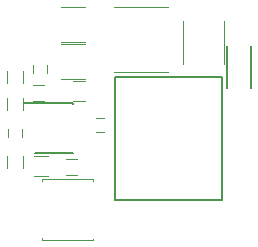
<source format=gbr>
G04 #@! TF.GenerationSoftware,KiCad,Pcbnew,(5.0.0)*
G04 #@! TF.CreationDate,2018-09-03T15:40:08-07:00*
G04 #@! TF.ProjectId,nixie_psu_breakout,6E697869655F7073755F627265616B6F,rev?*
G04 #@! TF.SameCoordinates,Original*
G04 #@! TF.FileFunction,Legend,Top*
G04 #@! TF.FilePolarity,Positive*
%FSLAX46Y46*%
G04 Gerber Fmt 4.6, Leading zero omitted, Abs format (unit mm)*
G04 Created by KiCad (PCBNEW (5.0.0)) date 09/03/18 15:40:08*
%MOMM*%
%LPD*%
G01*
G04 APERTURE LIST*
%ADD10C,0.150000*%
%ADD11C,0.120000*%
G04 APERTURE END LIST*
D10*
G04 #@! TO.C,T1*
X144500000Y-96700000D02*
X135500000Y-96700000D01*
X135500000Y-96700000D02*
X135500000Y-86300000D01*
X135500000Y-86300000D02*
X144500000Y-86300000D01*
X144500000Y-86300000D02*
X144500000Y-96700000D01*
G04 #@! TO.C,D1*
X145000000Y-83600000D02*
X145000000Y-87200000D01*
X147000000Y-83600000D02*
X147000000Y-87200000D01*
D11*
G04 #@! TO.C,R6*
X132300000Y-94530000D02*
X131300000Y-94530000D01*
X131300000Y-93170000D02*
X132300000Y-93170000D01*
D10*
G04 #@! TO.C,U1*
X131925000Y-88475000D02*
X131925000Y-88540000D01*
X131925000Y-92725000D02*
X131925000Y-92660000D01*
X128675000Y-92725000D02*
X128675000Y-92660000D01*
X128675000Y-88475000D02*
X131925000Y-88475000D01*
X128675000Y-92725000D02*
X131925000Y-92725000D01*
X128675000Y-88475000D02*
X127750000Y-88475000D01*
D11*
G04 #@! TO.C,R5*
X126320000Y-86750000D02*
X126320000Y-85750000D01*
X127680000Y-85750000D02*
X127680000Y-86750000D01*
G04 #@! TO.C,R4*
X129800000Y-94680000D02*
X128600000Y-94680000D01*
X128600000Y-92920000D02*
X129800000Y-92920000D01*
G04 #@! TO.C,R3*
X126320000Y-89050000D02*
X126320000Y-88050000D01*
X127680000Y-88050000D02*
X127680000Y-89050000D01*
G04 #@! TO.C,R2*
X129500000Y-88280000D02*
X128500000Y-88280000D01*
X128500000Y-86920000D02*
X129500000Y-86920000D01*
G04 #@! TO.C,R1*
X127680000Y-92950000D02*
X127680000Y-93950000D01*
X126320000Y-93950000D02*
X126320000Y-92950000D01*
G04 #@! TO.C,C3*
X129700000Y-85250000D02*
X129700000Y-85950000D01*
X128500000Y-85950000D02*
X128500000Y-85250000D01*
G04 #@! TO.C,C2*
X132900000Y-86600000D02*
X131900000Y-86600000D01*
X131900000Y-88300000D02*
X132900000Y-88300000D01*
G04 #@! TO.C,C4*
X126400000Y-91350000D02*
X126400000Y-90650000D01*
X127600000Y-90650000D02*
X127600000Y-91350000D01*
G04 #@! TO.C,C1*
X132900000Y-83470000D02*
X130900000Y-83470000D01*
X130900000Y-86430000D02*
X132900000Y-86430000D01*
G04 #@! TO.C,C5*
X140000000Y-80370000D02*
X135400000Y-80370000D01*
X135400000Y-85830000D02*
X140000000Y-85830000D01*
G04 #@! TO.C,C6*
X141270000Y-81550000D02*
X141270000Y-85150000D01*
X144730000Y-85150000D02*
X144730000Y-81550000D01*
G04 #@! TO.C,C7*
X134550000Y-90950000D02*
X133850000Y-90950000D01*
X133850000Y-89750000D02*
X134550000Y-89750000D01*
G04 #@! TO.C,Q1*
X129285000Y-99900000D02*
X129285000Y-100100000D01*
X129285000Y-100100000D02*
X133585000Y-100100000D01*
X133585000Y-100100000D02*
X133585000Y-99950000D01*
X133585000Y-95050000D02*
X133585000Y-94900000D01*
X133585000Y-94900000D02*
X129285000Y-94900000D01*
X129285000Y-94900000D02*
X129285000Y-95100000D01*
G04 #@! TO.C,C8*
X132900000Y-80320000D02*
X130900000Y-80320000D01*
X130900000Y-83280000D02*
X132900000Y-83280000D01*
G04 #@! TD*
M02*

</source>
